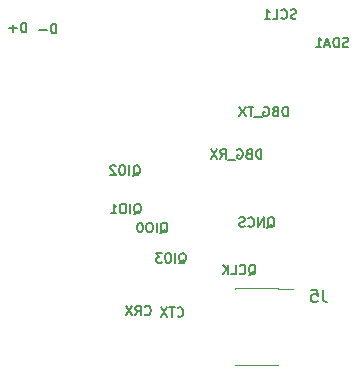
<source format=gbr>
%TF.GenerationSoftware,KiCad,Pcbnew,9.0.1*%
%TF.CreationDate,2025-07-01T00:30:54-05:00*%
%TF.ProjectId,CAN-Sensor-Hub-v1,43414e2d-5365-46e7-936f-722d4875622d,rev?*%
%TF.SameCoordinates,Original*%
%TF.FileFunction,Legend,Bot*%
%TF.FilePolarity,Positive*%
%FSLAX46Y46*%
G04 Gerber Fmt 4.6, Leading zero omitted, Abs format (unit mm)*
G04 Created by KiCad (PCBNEW 9.0.1) date 2025-07-01 00:30:54*
%MOMM*%
%LPD*%
G01*
G04 APERTURE LIST*
%ADD10C,0.150000*%
%ADD11C,0.120000*%
G04 APERTURE END LIST*
D10*
X141035713Y-80528485D02*
X141111903Y-80490390D01*
X141111903Y-80490390D02*
X141188094Y-80414200D01*
X141188094Y-80414200D02*
X141302380Y-80299914D01*
X141302380Y-80299914D02*
X141378570Y-80261819D01*
X141378570Y-80261819D02*
X141454761Y-80261819D01*
X141416665Y-80452295D02*
X141492856Y-80414200D01*
X141492856Y-80414200D02*
X141569046Y-80338009D01*
X141569046Y-80338009D02*
X141607142Y-80185628D01*
X141607142Y-80185628D02*
X141607142Y-79918961D01*
X141607142Y-79918961D02*
X141569046Y-79766580D01*
X141569046Y-79766580D02*
X141492856Y-79690390D01*
X141492856Y-79690390D02*
X141416665Y-79652295D01*
X141416665Y-79652295D02*
X141264284Y-79652295D01*
X141264284Y-79652295D02*
X141188094Y-79690390D01*
X141188094Y-79690390D02*
X141111903Y-79766580D01*
X141111903Y-79766580D02*
X141073808Y-79918961D01*
X141073808Y-79918961D02*
X141073808Y-80185628D01*
X141073808Y-80185628D02*
X141111903Y-80338009D01*
X141111903Y-80338009D02*
X141188094Y-80414200D01*
X141188094Y-80414200D02*
X141264284Y-80452295D01*
X141264284Y-80452295D02*
X141416665Y-80452295D01*
X140730951Y-80452295D02*
X140730951Y-79652295D01*
X140197618Y-79652295D02*
X140045237Y-79652295D01*
X140045237Y-79652295D02*
X139969047Y-79690390D01*
X139969047Y-79690390D02*
X139892856Y-79766580D01*
X139892856Y-79766580D02*
X139854761Y-79918961D01*
X139854761Y-79918961D02*
X139854761Y-80185628D01*
X139854761Y-80185628D02*
X139892856Y-80338009D01*
X139892856Y-80338009D02*
X139969047Y-80414200D01*
X139969047Y-80414200D02*
X140045237Y-80452295D01*
X140045237Y-80452295D02*
X140197618Y-80452295D01*
X140197618Y-80452295D02*
X140273809Y-80414200D01*
X140273809Y-80414200D02*
X140349999Y-80338009D01*
X140349999Y-80338009D02*
X140388095Y-80185628D01*
X140388095Y-80185628D02*
X140388095Y-79918961D01*
X140388095Y-79918961D02*
X140349999Y-79766580D01*
X140349999Y-79766580D02*
X140273809Y-79690390D01*
X140273809Y-79690390D02*
X140197618Y-79652295D01*
X139550000Y-79728485D02*
X139511904Y-79690390D01*
X139511904Y-79690390D02*
X139435714Y-79652295D01*
X139435714Y-79652295D02*
X139245238Y-79652295D01*
X139245238Y-79652295D02*
X139169047Y-79690390D01*
X139169047Y-79690390D02*
X139130952Y-79728485D01*
X139130952Y-79728485D02*
X139092857Y-79804676D01*
X139092857Y-79804676D02*
X139092857Y-79880866D01*
X139092857Y-79880866D02*
X139130952Y-79995152D01*
X139130952Y-79995152D02*
X139588095Y-80452295D01*
X139588095Y-80452295D02*
X139092857Y-80452295D01*
X152395237Y-84938485D02*
X152471427Y-84900390D01*
X152471427Y-84900390D02*
X152547618Y-84824200D01*
X152547618Y-84824200D02*
X152661904Y-84709914D01*
X152661904Y-84709914D02*
X152738094Y-84671819D01*
X152738094Y-84671819D02*
X152814285Y-84671819D01*
X152776189Y-84862295D02*
X152852380Y-84824200D01*
X152852380Y-84824200D02*
X152928570Y-84748009D01*
X152928570Y-84748009D02*
X152966666Y-84595628D01*
X152966666Y-84595628D02*
X152966666Y-84328961D01*
X152966666Y-84328961D02*
X152928570Y-84176580D01*
X152928570Y-84176580D02*
X152852380Y-84100390D01*
X152852380Y-84100390D02*
X152776189Y-84062295D01*
X152776189Y-84062295D02*
X152623808Y-84062295D01*
X152623808Y-84062295D02*
X152547618Y-84100390D01*
X152547618Y-84100390D02*
X152471427Y-84176580D01*
X152471427Y-84176580D02*
X152433332Y-84328961D01*
X152433332Y-84328961D02*
X152433332Y-84595628D01*
X152433332Y-84595628D02*
X152471427Y-84748009D01*
X152471427Y-84748009D02*
X152547618Y-84824200D01*
X152547618Y-84824200D02*
X152623808Y-84862295D01*
X152623808Y-84862295D02*
X152776189Y-84862295D01*
X152090475Y-84862295D02*
X152090475Y-84062295D01*
X152090475Y-84062295D02*
X151633332Y-84862295D01*
X151633332Y-84862295D02*
X151633332Y-84062295D01*
X150795237Y-84786104D02*
X150833333Y-84824200D01*
X150833333Y-84824200D02*
X150947618Y-84862295D01*
X150947618Y-84862295D02*
X151023809Y-84862295D01*
X151023809Y-84862295D02*
X151138095Y-84824200D01*
X151138095Y-84824200D02*
X151214285Y-84748009D01*
X151214285Y-84748009D02*
X151252380Y-84671819D01*
X151252380Y-84671819D02*
X151290476Y-84519438D01*
X151290476Y-84519438D02*
X151290476Y-84405152D01*
X151290476Y-84405152D02*
X151252380Y-84252771D01*
X151252380Y-84252771D02*
X151214285Y-84176580D01*
X151214285Y-84176580D02*
X151138095Y-84100390D01*
X151138095Y-84100390D02*
X151023809Y-84062295D01*
X151023809Y-84062295D02*
X150947618Y-84062295D01*
X150947618Y-84062295D02*
X150833333Y-84100390D01*
X150833333Y-84100390D02*
X150795237Y-84138485D01*
X150490476Y-84824200D02*
X150376190Y-84862295D01*
X150376190Y-84862295D02*
X150185714Y-84862295D01*
X150185714Y-84862295D02*
X150109523Y-84824200D01*
X150109523Y-84824200D02*
X150071428Y-84786104D01*
X150071428Y-84786104D02*
X150033333Y-84709914D01*
X150033333Y-84709914D02*
X150033333Y-84633723D01*
X150033333Y-84633723D02*
X150071428Y-84557533D01*
X150071428Y-84557533D02*
X150109523Y-84519438D01*
X150109523Y-84519438D02*
X150185714Y-84481342D01*
X150185714Y-84481342D02*
X150338095Y-84443247D01*
X150338095Y-84443247D02*
X150414285Y-84405152D01*
X150414285Y-84405152D02*
X150452380Y-84367057D01*
X150452380Y-84367057D02*
X150490476Y-84290866D01*
X150490476Y-84290866D02*
X150490476Y-84214676D01*
X150490476Y-84214676D02*
X150452380Y-84138485D01*
X150452380Y-84138485D02*
X150414285Y-84100390D01*
X150414285Y-84100390D02*
X150338095Y-84062295D01*
X150338095Y-84062295D02*
X150147618Y-84062295D01*
X150147618Y-84062295D02*
X150033333Y-84100390D01*
X154119999Y-75492295D02*
X154119999Y-74692295D01*
X154119999Y-74692295D02*
X153929523Y-74692295D01*
X153929523Y-74692295D02*
X153815237Y-74730390D01*
X153815237Y-74730390D02*
X153739047Y-74806580D01*
X153739047Y-74806580D02*
X153700952Y-74882771D01*
X153700952Y-74882771D02*
X153662856Y-75035152D01*
X153662856Y-75035152D02*
X153662856Y-75149438D01*
X153662856Y-75149438D02*
X153700952Y-75301819D01*
X153700952Y-75301819D02*
X153739047Y-75378009D01*
X153739047Y-75378009D02*
X153815237Y-75454200D01*
X153815237Y-75454200D02*
X153929523Y-75492295D01*
X153929523Y-75492295D02*
X154119999Y-75492295D01*
X153053333Y-75073247D02*
X152939047Y-75111342D01*
X152939047Y-75111342D02*
X152900952Y-75149438D01*
X152900952Y-75149438D02*
X152862856Y-75225628D01*
X152862856Y-75225628D02*
X152862856Y-75339914D01*
X152862856Y-75339914D02*
X152900952Y-75416104D01*
X152900952Y-75416104D02*
X152939047Y-75454200D01*
X152939047Y-75454200D02*
X153015237Y-75492295D01*
X153015237Y-75492295D02*
X153319999Y-75492295D01*
X153319999Y-75492295D02*
X153319999Y-74692295D01*
X153319999Y-74692295D02*
X153053333Y-74692295D01*
X153053333Y-74692295D02*
X152977142Y-74730390D01*
X152977142Y-74730390D02*
X152939047Y-74768485D01*
X152939047Y-74768485D02*
X152900952Y-74844676D01*
X152900952Y-74844676D02*
X152900952Y-74920866D01*
X152900952Y-74920866D02*
X152939047Y-74997057D01*
X152939047Y-74997057D02*
X152977142Y-75035152D01*
X152977142Y-75035152D02*
X153053333Y-75073247D01*
X153053333Y-75073247D02*
X153319999Y-75073247D01*
X152100952Y-74730390D02*
X152177142Y-74692295D01*
X152177142Y-74692295D02*
X152291428Y-74692295D01*
X152291428Y-74692295D02*
X152405714Y-74730390D01*
X152405714Y-74730390D02*
X152481904Y-74806580D01*
X152481904Y-74806580D02*
X152519999Y-74882771D01*
X152519999Y-74882771D02*
X152558095Y-75035152D01*
X152558095Y-75035152D02*
X152558095Y-75149438D01*
X152558095Y-75149438D02*
X152519999Y-75301819D01*
X152519999Y-75301819D02*
X152481904Y-75378009D01*
X152481904Y-75378009D02*
X152405714Y-75454200D01*
X152405714Y-75454200D02*
X152291428Y-75492295D01*
X152291428Y-75492295D02*
X152215237Y-75492295D01*
X152215237Y-75492295D02*
X152100952Y-75454200D01*
X152100952Y-75454200D02*
X152062856Y-75416104D01*
X152062856Y-75416104D02*
X152062856Y-75149438D01*
X152062856Y-75149438D02*
X152215237Y-75149438D01*
X151910476Y-75568485D02*
X151300952Y-75568485D01*
X151224761Y-74692295D02*
X150767618Y-74692295D01*
X150996190Y-75492295D02*
X150996190Y-74692295D01*
X150577142Y-74692295D02*
X150043808Y-75492295D01*
X150043808Y-74692295D02*
X150577142Y-75492295D01*
X151885237Y-79082295D02*
X151885237Y-78282295D01*
X151885237Y-78282295D02*
X151694761Y-78282295D01*
X151694761Y-78282295D02*
X151580475Y-78320390D01*
X151580475Y-78320390D02*
X151504285Y-78396580D01*
X151504285Y-78396580D02*
X151466190Y-78472771D01*
X151466190Y-78472771D02*
X151428094Y-78625152D01*
X151428094Y-78625152D02*
X151428094Y-78739438D01*
X151428094Y-78739438D02*
X151466190Y-78891819D01*
X151466190Y-78891819D02*
X151504285Y-78968009D01*
X151504285Y-78968009D02*
X151580475Y-79044200D01*
X151580475Y-79044200D02*
X151694761Y-79082295D01*
X151694761Y-79082295D02*
X151885237Y-79082295D01*
X150818571Y-78663247D02*
X150704285Y-78701342D01*
X150704285Y-78701342D02*
X150666190Y-78739438D01*
X150666190Y-78739438D02*
X150628094Y-78815628D01*
X150628094Y-78815628D02*
X150628094Y-78929914D01*
X150628094Y-78929914D02*
X150666190Y-79006104D01*
X150666190Y-79006104D02*
X150704285Y-79044200D01*
X150704285Y-79044200D02*
X150780475Y-79082295D01*
X150780475Y-79082295D02*
X151085237Y-79082295D01*
X151085237Y-79082295D02*
X151085237Y-78282295D01*
X151085237Y-78282295D02*
X150818571Y-78282295D01*
X150818571Y-78282295D02*
X150742380Y-78320390D01*
X150742380Y-78320390D02*
X150704285Y-78358485D01*
X150704285Y-78358485D02*
X150666190Y-78434676D01*
X150666190Y-78434676D02*
X150666190Y-78510866D01*
X150666190Y-78510866D02*
X150704285Y-78587057D01*
X150704285Y-78587057D02*
X150742380Y-78625152D01*
X150742380Y-78625152D02*
X150818571Y-78663247D01*
X150818571Y-78663247D02*
X151085237Y-78663247D01*
X149866190Y-78320390D02*
X149942380Y-78282295D01*
X149942380Y-78282295D02*
X150056666Y-78282295D01*
X150056666Y-78282295D02*
X150170952Y-78320390D01*
X150170952Y-78320390D02*
X150247142Y-78396580D01*
X150247142Y-78396580D02*
X150285237Y-78472771D01*
X150285237Y-78472771D02*
X150323333Y-78625152D01*
X150323333Y-78625152D02*
X150323333Y-78739438D01*
X150323333Y-78739438D02*
X150285237Y-78891819D01*
X150285237Y-78891819D02*
X150247142Y-78968009D01*
X150247142Y-78968009D02*
X150170952Y-79044200D01*
X150170952Y-79044200D02*
X150056666Y-79082295D01*
X150056666Y-79082295D02*
X149980475Y-79082295D01*
X149980475Y-79082295D02*
X149866190Y-79044200D01*
X149866190Y-79044200D02*
X149828094Y-79006104D01*
X149828094Y-79006104D02*
X149828094Y-78739438D01*
X149828094Y-78739438D02*
X149980475Y-78739438D01*
X149675714Y-79158485D02*
X149066190Y-79158485D01*
X148418570Y-79082295D02*
X148685237Y-78701342D01*
X148875713Y-79082295D02*
X148875713Y-78282295D01*
X148875713Y-78282295D02*
X148570951Y-78282295D01*
X148570951Y-78282295D02*
X148494761Y-78320390D01*
X148494761Y-78320390D02*
X148456666Y-78358485D01*
X148456666Y-78358485D02*
X148418570Y-78434676D01*
X148418570Y-78434676D02*
X148418570Y-78548961D01*
X148418570Y-78548961D02*
X148456666Y-78625152D01*
X148456666Y-78625152D02*
X148494761Y-78663247D01*
X148494761Y-78663247D02*
X148570951Y-78701342D01*
X148570951Y-78701342D02*
X148875713Y-78701342D01*
X148151904Y-78282295D02*
X147618570Y-79082295D01*
X147618570Y-78282295D02*
X148151904Y-79082295D01*
X154853333Y-67214200D02*
X154739047Y-67252295D01*
X154739047Y-67252295D02*
X154548571Y-67252295D01*
X154548571Y-67252295D02*
X154472380Y-67214200D01*
X154472380Y-67214200D02*
X154434285Y-67176104D01*
X154434285Y-67176104D02*
X154396190Y-67099914D01*
X154396190Y-67099914D02*
X154396190Y-67023723D01*
X154396190Y-67023723D02*
X154434285Y-66947533D01*
X154434285Y-66947533D02*
X154472380Y-66909438D01*
X154472380Y-66909438D02*
X154548571Y-66871342D01*
X154548571Y-66871342D02*
X154700952Y-66833247D01*
X154700952Y-66833247D02*
X154777142Y-66795152D01*
X154777142Y-66795152D02*
X154815237Y-66757057D01*
X154815237Y-66757057D02*
X154853333Y-66680866D01*
X154853333Y-66680866D02*
X154853333Y-66604676D01*
X154853333Y-66604676D02*
X154815237Y-66528485D01*
X154815237Y-66528485D02*
X154777142Y-66490390D01*
X154777142Y-66490390D02*
X154700952Y-66452295D01*
X154700952Y-66452295D02*
X154510475Y-66452295D01*
X154510475Y-66452295D02*
X154396190Y-66490390D01*
X153596189Y-67176104D02*
X153634285Y-67214200D01*
X153634285Y-67214200D02*
X153748570Y-67252295D01*
X153748570Y-67252295D02*
X153824761Y-67252295D01*
X153824761Y-67252295D02*
X153939047Y-67214200D01*
X153939047Y-67214200D02*
X154015237Y-67138009D01*
X154015237Y-67138009D02*
X154053332Y-67061819D01*
X154053332Y-67061819D02*
X154091428Y-66909438D01*
X154091428Y-66909438D02*
X154091428Y-66795152D01*
X154091428Y-66795152D02*
X154053332Y-66642771D01*
X154053332Y-66642771D02*
X154015237Y-66566580D01*
X154015237Y-66566580D02*
X153939047Y-66490390D01*
X153939047Y-66490390D02*
X153824761Y-66452295D01*
X153824761Y-66452295D02*
X153748570Y-66452295D01*
X153748570Y-66452295D02*
X153634285Y-66490390D01*
X153634285Y-66490390D02*
X153596189Y-66528485D01*
X152872380Y-67252295D02*
X153253332Y-67252295D01*
X153253332Y-67252295D02*
X153253332Y-66452295D01*
X152186666Y-67252295D02*
X152643809Y-67252295D01*
X152415237Y-67252295D02*
X152415237Y-66452295D01*
X152415237Y-66452295D02*
X152491428Y-66566580D01*
X152491428Y-66566580D02*
X152567618Y-66642771D01*
X152567618Y-66642771D02*
X152643809Y-66680866D01*
X159232381Y-69614200D02*
X159118095Y-69652295D01*
X159118095Y-69652295D02*
X158927619Y-69652295D01*
X158927619Y-69652295D02*
X158851428Y-69614200D01*
X158851428Y-69614200D02*
X158813333Y-69576104D01*
X158813333Y-69576104D02*
X158775238Y-69499914D01*
X158775238Y-69499914D02*
X158775238Y-69423723D01*
X158775238Y-69423723D02*
X158813333Y-69347533D01*
X158813333Y-69347533D02*
X158851428Y-69309438D01*
X158851428Y-69309438D02*
X158927619Y-69271342D01*
X158927619Y-69271342D02*
X159080000Y-69233247D01*
X159080000Y-69233247D02*
X159156190Y-69195152D01*
X159156190Y-69195152D02*
X159194285Y-69157057D01*
X159194285Y-69157057D02*
X159232381Y-69080866D01*
X159232381Y-69080866D02*
X159232381Y-69004676D01*
X159232381Y-69004676D02*
X159194285Y-68928485D01*
X159194285Y-68928485D02*
X159156190Y-68890390D01*
X159156190Y-68890390D02*
X159080000Y-68852295D01*
X159080000Y-68852295D02*
X158889523Y-68852295D01*
X158889523Y-68852295D02*
X158775238Y-68890390D01*
X158432380Y-69652295D02*
X158432380Y-68852295D01*
X158432380Y-68852295D02*
X158241904Y-68852295D01*
X158241904Y-68852295D02*
X158127618Y-68890390D01*
X158127618Y-68890390D02*
X158051428Y-68966580D01*
X158051428Y-68966580D02*
X158013333Y-69042771D01*
X158013333Y-69042771D02*
X157975237Y-69195152D01*
X157975237Y-69195152D02*
X157975237Y-69309438D01*
X157975237Y-69309438D02*
X158013333Y-69461819D01*
X158013333Y-69461819D02*
X158051428Y-69538009D01*
X158051428Y-69538009D02*
X158127618Y-69614200D01*
X158127618Y-69614200D02*
X158241904Y-69652295D01*
X158241904Y-69652295D02*
X158432380Y-69652295D01*
X157670476Y-69423723D02*
X157289523Y-69423723D01*
X157746666Y-69652295D02*
X157479999Y-68852295D01*
X157479999Y-68852295D02*
X157213333Y-69652295D01*
X156527619Y-69652295D02*
X156984762Y-69652295D01*
X156756190Y-69652295D02*
X156756190Y-68852295D01*
X156756190Y-68852295D02*
X156832381Y-68966580D01*
X156832381Y-68966580D02*
X156908571Y-69042771D01*
X156908571Y-69042771D02*
X156984762Y-69080866D01*
X144798094Y-92396104D02*
X144836190Y-92434200D01*
X144836190Y-92434200D02*
X144950475Y-92472295D01*
X144950475Y-92472295D02*
X145026666Y-92472295D01*
X145026666Y-92472295D02*
X145140952Y-92434200D01*
X145140952Y-92434200D02*
X145217142Y-92358009D01*
X145217142Y-92358009D02*
X145255237Y-92281819D01*
X145255237Y-92281819D02*
X145293333Y-92129438D01*
X145293333Y-92129438D02*
X145293333Y-92015152D01*
X145293333Y-92015152D02*
X145255237Y-91862771D01*
X145255237Y-91862771D02*
X145217142Y-91786580D01*
X145217142Y-91786580D02*
X145140952Y-91710390D01*
X145140952Y-91710390D02*
X145026666Y-91672295D01*
X145026666Y-91672295D02*
X144950475Y-91672295D01*
X144950475Y-91672295D02*
X144836190Y-91710390D01*
X144836190Y-91710390D02*
X144798094Y-91748485D01*
X144569523Y-91672295D02*
X144112380Y-91672295D01*
X144340952Y-92472295D02*
X144340952Y-91672295D01*
X143921904Y-91672295D02*
X143388570Y-92472295D01*
X143388570Y-91672295D02*
X143921904Y-92472295D01*
X142023332Y-92276104D02*
X142061428Y-92314200D01*
X142061428Y-92314200D02*
X142175713Y-92352295D01*
X142175713Y-92352295D02*
X142251904Y-92352295D01*
X142251904Y-92352295D02*
X142366190Y-92314200D01*
X142366190Y-92314200D02*
X142442380Y-92238009D01*
X142442380Y-92238009D02*
X142480475Y-92161819D01*
X142480475Y-92161819D02*
X142518571Y-92009438D01*
X142518571Y-92009438D02*
X142518571Y-91895152D01*
X142518571Y-91895152D02*
X142480475Y-91742771D01*
X142480475Y-91742771D02*
X142442380Y-91666580D01*
X142442380Y-91666580D02*
X142366190Y-91590390D01*
X142366190Y-91590390D02*
X142251904Y-91552295D01*
X142251904Y-91552295D02*
X142175713Y-91552295D01*
X142175713Y-91552295D02*
X142061428Y-91590390D01*
X142061428Y-91590390D02*
X142023332Y-91628485D01*
X141223332Y-92352295D02*
X141489999Y-91971342D01*
X141680475Y-92352295D02*
X141680475Y-91552295D01*
X141680475Y-91552295D02*
X141375713Y-91552295D01*
X141375713Y-91552295D02*
X141299523Y-91590390D01*
X141299523Y-91590390D02*
X141261428Y-91628485D01*
X141261428Y-91628485D02*
X141223332Y-91704676D01*
X141223332Y-91704676D02*
X141223332Y-91818961D01*
X141223332Y-91818961D02*
X141261428Y-91895152D01*
X141261428Y-91895152D02*
X141299523Y-91933247D01*
X141299523Y-91933247D02*
X141375713Y-91971342D01*
X141375713Y-91971342D02*
X141680475Y-91971342D01*
X140956666Y-91552295D02*
X140423332Y-92352295D01*
X140423332Y-91552295D02*
X140956666Y-92352295D01*
X131974761Y-68362295D02*
X131974761Y-67562295D01*
X131974761Y-67562295D02*
X131784285Y-67562295D01*
X131784285Y-67562295D02*
X131669999Y-67600390D01*
X131669999Y-67600390D02*
X131593809Y-67676580D01*
X131593809Y-67676580D02*
X131555714Y-67752771D01*
X131555714Y-67752771D02*
X131517618Y-67905152D01*
X131517618Y-67905152D02*
X131517618Y-68019438D01*
X131517618Y-68019438D02*
X131555714Y-68171819D01*
X131555714Y-68171819D02*
X131593809Y-68248009D01*
X131593809Y-68248009D02*
X131669999Y-68324200D01*
X131669999Y-68324200D02*
X131784285Y-68362295D01*
X131784285Y-68362295D02*
X131974761Y-68362295D01*
X131174761Y-68057533D02*
X130565238Y-68057533D01*
X130869999Y-68362295D02*
X130869999Y-67752771D01*
X134514761Y-68482295D02*
X134514761Y-67682295D01*
X134514761Y-67682295D02*
X134324285Y-67682295D01*
X134324285Y-67682295D02*
X134209999Y-67720390D01*
X134209999Y-67720390D02*
X134133809Y-67796580D01*
X134133809Y-67796580D02*
X134095714Y-67872771D01*
X134095714Y-67872771D02*
X134057618Y-68025152D01*
X134057618Y-68025152D02*
X134057618Y-68139438D01*
X134057618Y-68139438D02*
X134095714Y-68291819D01*
X134095714Y-68291819D02*
X134133809Y-68368009D01*
X134133809Y-68368009D02*
X134209999Y-68444200D01*
X134209999Y-68444200D02*
X134324285Y-68482295D01*
X134324285Y-68482295D02*
X134514761Y-68482295D01*
X133714761Y-68177533D02*
X133105238Y-68177533D01*
X144925713Y-87958485D02*
X145001903Y-87920390D01*
X145001903Y-87920390D02*
X145078094Y-87844200D01*
X145078094Y-87844200D02*
X145192380Y-87729914D01*
X145192380Y-87729914D02*
X145268570Y-87691819D01*
X145268570Y-87691819D02*
X145344761Y-87691819D01*
X145306665Y-87882295D02*
X145382856Y-87844200D01*
X145382856Y-87844200D02*
X145459046Y-87768009D01*
X145459046Y-87768009D02*
X145497142Y-87615628D01*
X145497142Y-87615628D02*
X145497142Y-87348961D01*
X145497142Y-87348961D02*
X145459046Y-87196580D01*
X145459046Y-87196580D02*
X145382856Y-87120390D01*
X145382856Y-87120390D02*
X145306665Y-87082295D01*
X145306665Y-87082295D02*
X145154284Y-87082295D01*
X145154284Y-87082295D02*
X145078094Y-87120390D01*
X145078094Y-87120390D02*
X145001903Y-87196580D01*
X145001903Y-87196580D02*
X144963808Y-87348961D01*
X144963808Y-87348961D02*
X144963808Y-87615628D01*
X144963808Y-87615628D02*
X145001903Y-87768009D01*
X145001903Y-87768009D02*
X145078094Y-87844200D01*
X145078094Y-87844200D02*
X145154284Y-87882295D01*
X145154284Y-87882295D02*
X145306665Y-87882295D01*
X144620951Y-87882295D02*
X144620951Y-87082295D01*
X144087618Y-87082295D02*
X143935237Y-87082295D01*
X143935237Y-87082295D02*
X143859047Y-87120390D01*
X143859047Y-87120390D02*
X143782856Y-87196580D01*
X143782856Y-87196580D02*
X143744761Y-87348961D01*
X143744761Y-87348961D02*
X143744761Y-87615628D01*
X143744761Y-87615628D02*
X143782856Y-87768009D01*
X143782856Y-87768009D02*
X143859047Y-87844200D01*
X143859047Y-87844200D02*
X143935237Y-87882295D01*
X143935237Y-87882295D02*
X144087618Y-87882295D01*
X144087618Y-87882295D02*
X144163809Y-87844200D01*
X144163809Y-87844200D02*
X144239999Y-87768009D01*
X144239999Y-87768009D02*
X144278095Y-87615628D01*
X144278095Y-87615628D02*
X144278095Y-87348961D01*
X144278095Y-87348961D02*
X144239999Y-87196580D01*
X144239999Y-87196580D02*
X144163809Y-87120390D01*
X144163809Y-87120390D02*
X144087618Y-87082295D01*
X143478095Y-87082295D02*
X142982857Y-87082295D01*
X142982857Y-87082295D02*
X143249523Y-87387057D01*
X143249523Y-87387057D02*
X143135238Y-87387057D01*
X143135238Y-87387057D02*
X143059047Y-87425152D01*
X143059047Y-87425152D02*
X143020952Y-87463247D01*
X143020952Y-87463247D02*
X142982857Y-87539438D01*
X142982857Y-87539438D02*
X142982857Y-87729914D01*
X142982857Y-87729914D02*
X143020952Y-87806104D01*
X143020952Y-87806104D02*
X143059047Y-87844200D01*
X143059047Y-87844200D02*
X143135238Y-87882295D01*
X143135238Y-87882295D02*
X143363809Y-87882295D01*
X143363809Y-87882295D02*
X143440000Y-87844200D01*
X143440000Y-87844200D02*
X143478095Y-87806104D01*
X141095713Y-83788485D02*
X141171903Y-83750390D01*
X141171903Y-83750390D02*
X141248094Y-83674200D01*
X141248094Y-83674200D02*
X141362380Y-83559914D01*
X141362380Y-83559914D02*
X141438570Y-83521819D01*
X141438570Y-83521819D02*
X141514761Y-83521819D01*
X141476665Y-83712295D02*
X141552856Y-83674200D01*
X141552856Y-83674200D02*
X141629046Y-83598009D01*
X141629046Y-83598009D02*
X141667142Y-83445628D01*
X141667142Y-83445628D02*
X141667142Y-83178961D01*
X141667142Y-83178961D02*
X141629046Y-83026580D01*
X141629046Y-83026580D02*
X141552856Y-82950390D01*
X141552856Y-82950390D02*
X141476665Y-82912295D01*
X141476665Y-82912295D02*
X141324284Y-82912295D01*
X141324284Y-82912295D02*
X141248094Y-82950390D01*
X141248094Y-82950390D02*
X141171903Y-83026580D01*
X141171903Y-83026580D02*
X141133808Y-83178961D01*
X141133808Y-83178961D02*
X141133808Y-83445628D01*
X141133808Y-83445628D02*
X141171903Y-83598009D01*
X141171903Y-83598009D02*
X141248094Y-83674200D01*
X141248094Y-83674200D02*
X141324284Y-83712295D01*
X141324284Y-83712295D02*
X141476665Y-83712295D01*
X140790951Y-83712295D02*
X140790951Y-82912295D01*
X140257618Y-82912295D02*
X140105237Y-82912295D01*
X140105237Y-82912295D02*
X140029047Y-82950390D01*
X140029047Y-82950390D02*
X139952856Y-83026580D01*
X139952856Y-83026580D02*
X139914761Y-83178961D01*
X139914761Y-83178961D02*
X139914761Y-83445628D01*
X139914761Y-83445628D02*
X139952856Y-83598009D01*
X139952856Y-83598009D02*
X140029047Y-83674200D01*
X140029047Y-83674200D02*
X140105237Y-83712295D01*
X140105237Y-83712295D02*
X140257618Y-83712295D01*
X140257618Y-83712295D02*
X140333809Y-83674200D01*
X140333809Y-83674200D02*
X140409999Y-83598009D01*
X140409999Y-83598009D02*
X140448095Y-83445628D01*
X140448095Y-83445628D02*
X140448095Y-83178961D01*
X140448095Y-83178961D02*
X140409999Y-83026580D01*
X140409999Y-83026580D02*
X140333809Y-82950390D01*
X140333809Y-82950390D02*
X140257618Y-82912295D01*
X139152857Y-83712295D02*
X139610000Y-83712295D01*
X139381428Y-83712295D02*
X139381428Y-82912295D01*
X139381428Y-82912295D02*
X139457619Y-83026580D01*
X139457619Y-83026580D02*
X139533809Y-83102771D01*
X139533809Y-83102771D02*
X139610000Y-83140866D01*
X143335713Y-85398485D02*
X143411903Y-85360390D01*
X143411903Y-85360390D02*
X143488094Y-85284200D01*
X143488094Y-85284200D02*
X143602380Y-85169914D01*
X143602380Y-85169914D02*
X143678570Y-85131819D01*
X143678570Y-85131819D02*
X143754761Y-85131819D01*
X143716665Y-85322295D02*
X143792856Y-85284200D01*
X143792856Y-85284200D02*
X143869046Y-85208009D01*
X143869046Y-85208009D02*
X143907142Y-85055628D01*
X143907142Y-85055628D02*
X143907142Y-84788961D01*
X143907142Y-84788961D02*
X143869046Y-84636580D01*
X143869046Y-84636580D02*
X143792856Y-84560390D01*
X143792856Y-84560390D02*
X143716665Y-84522295D01*
X143716665Y-84522295D02*
X143564284Y-84522295D01*
X143564284Y-84522295D02*
X143488094Y-84560390D01*
X143488094Y-84560390D02*
X143411903Y-84636580D01*
X143411903Y-84636580D02*
X143373808Y-84788961D01*
X143373808Y-84788961D02*
X143373808Y-85055628D01*
X143373808Y-85055628D02*
X143411903Y-85208009D01*
X143411903Y-85208009D02*
X143488094Y-85284200D01*
X143488094Y-85284200D02*
X143564284Y-85322295D01*
X143564284Y-85322295D02*
X143716665Y-85322295D01*
X143030951Y-85322295D02*
X143030951Y-84522295D01*
X142497618Y-84522295D02*
X142345237Y-84522295D01*
X142345237Y-84522295D02*
X142269047Y-84560390D01*
X142269047Y-84560390D02*
X142192856Y-84636580D01*
X142192856Y-84636580D02*
X142154761Y-84788961D01*
X142154761Y-84788961D02*
X142154761Y-85055628D01*
X142154761Y-85055628D02*
X142192856Y-85208009D01*
X142192856Y-85208009D02*
X142269047Y-85284200D01*
X142269047Y-85284200D02*
X142345237Y-85322295D01*
X142345237Y-85322295D02*
X142497618Y-85322295D01*
X142497618Y-85322295D02*
X142573809Y-85284200D01*
X142573809Y-85284200D02*
X142649999Y-85208009D01*
X142649999Y-85208009D02*
X142688095Y-85055628D01*
X142688095Y-85055628D02*
X142688095Y-84788961D01*
X142688095Y-84788961D02*
X142649999Y-84636580D01*
X142649999Y-84636580D02*
X142573809Y-84560390D01*
X142573809Y-84560390D02*
X142497618Y-84522295D01*
X141659523Y-84522295D02*
X141583333Y-84522295D01*
X141583333Y-84522295D02*
X141507142Y-84560390D01*
X141507142Y-84560390D02*
X141469047Y-84598485D01*
X141469047Y-84598485D02*
X141430952Y-84674676D01*
X141430952Y-84674676D02*
X141392857Y-84827057D01*
X141392857Y-84827057D02*
X141392857Y-85017533D01*
X141392857Y-85017533D02*
X141430952Y-85169914D01*
X141430952Y-85169914D02*
X141469047Y-85246104D01*
X141469047Y-85246104D02*
X141507142Y-85284200D01*
X141507142Y-85284200D02*
X141583333Y-85322295D01*
X141583333Y-85322295D02*
X141659523Y-85322295D01*
X141659523Y-85322295D02*
X141735714Y-85284200D01*
X141735714Y-85284200D02*
X141773809Y-85246104D01*
X141773809Y-85246104D02*
X141811904Y-85169914D01*
X141811904Y-85169914D02*
X141850000Y-85017533D01*
X141850000Y-85017533D02*
X141850000Y-84827057D01*
X141850000Y-84827057D02*
X141811904Y-84674676D01*
X141811904Y-84674676D02*
X141773809Y-84598485D01*
X141773809Y-84598485D02*
X141735714Y-84560390D01*
X141735714Y-84560390D02*
X141659523Y-84522295D01*
X150819047Y-88938485D02*
X150895237Y-88900390D01*
X150895237Y-88900390D02*
X150971428Y-88824200D01*
X150971428Y-88824200D02*
X151085714Y-88709914D01*
X151085714Y-88709914D02*
X151161904Y-88671819D01*
X151161904Y-88671819D02*
X151238095Y-88671819D01*
X151199999Y-88862295D02*
X151276190Y-88824200D01*
X151276190Y-88824200D02*
X151352380Y-88748009D01*
X151352380Y-88748009D02*
X151390476Y-88595628D01*
X151390476Y-88595628D02*
X151390476Y-88328961D01*
X151390476Y-88328961D02*
X151352380Y-88176580D01*
X151352380Y-88176580D02*
X151276190Y-88100390D01*
X151276190Y-88100390D02*
X151199999Y-88062295D01*
X151199999Y-88062295D02*
X151047618Y-88062295D01*
X151047618Y-88062295D02*
X150971428Y-88100390D01*
X150971428Y-88100390D02*
X150895237Y-88176580D01*
X150895237Y-88176580D02*
X150857142Y-88328961D01*
X150857142Y-88328961D02*
X150857142Y-88595628D01*
X150857142Y-88595628D02*
X150895237Y-88748009D01*
X150895237Y-88748009D02*
X150971428Y-88824200D01*
X150971428Y-88824200D02*
X151047618Y-88862295D01*
X151047618Y-88862295D02*
X151199999Y-88862295D01*
X150057142Y-88786104D02*
X150095238Y-88824200D01*
X150095238Y-88824200D02*
X150209523Y-88862295D01*
X150209523Y-88862295D02*
X150285714Y-88862295D01*
X150285714Y-88862295D02*
X150400000Y-88824200D01*
X150400000Y-88824200D02*
X150476190Y-88748009D01*
X150476190Y-88748009D02*
X150514285Y-88671819D01*
X150514285Y-88671819D02*
X150552381Y-88519438D01*
X150552381Y-88519438D02*
X150552381Y-88405152D01*
X150552381Y-88405152D02*
X150514285Y-88252771D01*
X150514285Y-88252771D02*
X150476190Y-88176580D01*
X150476190Y-88176580D02*
X150400000Y-88100390D01*
X150400000Y-88100390D02*
X150285714Y-88062295D01*
X150285714Y-88062295D02*
X150209523Y-88062295D01*
X150209523Y-88062295D02*
X150095238Y-88100390D01*
X150095238Y-88100390D02*
X150057142Y-88138485D01*
X149333333Y-88862295D02*
X149714285Y-88862295D01*
X149714285Y-88862295D02*
X149714285Y-88062295D01*
X149066666Y-88862295D02*
X149066666Y-88062295D01*
X148609523Y-88862295D02*
X148952381Y-88405152D01*
X148609523Y-88062295D02*
X149066666Y-88519438D01*
X157083333Y-90204819D02*
X157083333Y-90919104D01*
X157083333Y-90919104D02*
X157130952Y-91061961D01*
X157130952Y-91061961D02*
X157226190Y-91157200D01*
X157226190Y-91157200D02*
X157369047Y-91204819D01*
X157369047Y-91204819D02*
X157464285Y-91204819D01*
X156130952Y-90204819D02*
X156607142Y-90204819D01*
X156607142Y-90204819D02*
X156654761Y-90681009D01*
X156654761Y-90681009D02*
X156607142Y-90633390D01*
X156607142Y-90633390D02*
X156511904Y-90585771D01*
X156511904Y-90585771D02*
X156273809Y-90585771D01*
X156273809Y-90585771D02*
X156178571Y-90633390D01*
X156178571Y-90633390D02*
X156130952Y-90681009D01*
X156130952Y-90681009D02*
X156083333Y-90776247D01*
X156083333Y-90776247D02*
X156083333Y-91014342D01*
X156083333Y-91014342D02*
X156130952Y-91109580D01*
X156130952Y-91109580D02*
X156178571Y-91157200D01*
X156178571Y-91157200D02*
X156273809Y-91204819D01*
X156273809Y-91204819D02*
X156511904Y-91204819D01*
X156511904Y-91204819D02*
X156607142Y-91157200D01*
X156607142Y-91157200D02*
X156654761Y-91109580D01*
D11*
%TO.C,J5*%
X154590000Y-90080000D02*
X153315000Y-90080000D01*
X153315000Y-90015000D02*
X153315000Y-90080000D01*
X153315000Y-90015000D02*
X149685000Y-90015000D01*
X153315000Y-96520000D02*
X153315000Y-96585000D01*
X153315000Y-96585000D02*
X149685000Y-96585000D01*
X149685000Y-90015000D02*
X149685000Y-90080000D01*
X149685000Y-96520000D02*
X149685000Y-96585000D01*
%TD*%
M02*

</source>
